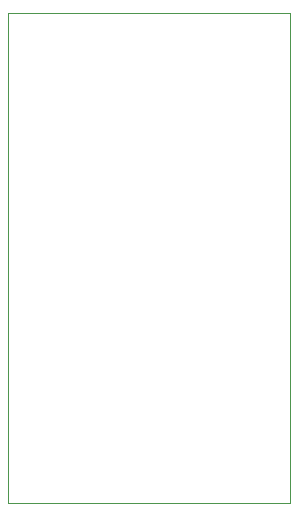
<source format=gbr>
%TF.GenerationSoftware,KiCad,Pcbnew,7.0.10*%
%TF.CreationDate,2024-02-07T01:31:51+03:00*%
%TF.ProjectId,PowerSupply,506f7765-7253-4757-9070-6c792e6b6963,1*%
%TF.SameCoordinates,Original*%
%TF.FileFunction,Profile,NP*%
%FSLAX46Y46*%
G04 Gerber Fmt 4.6, Leading zero omitted, Abs format (unit mm)*
G04 Created by KiCad (PCBNEW 7.0.10) date 2024-02-07 01:31:51*
%MOMM*%
%LPD*%
G01*
G04 APERTURE LIST*
%TA.AperFunction,Profile*%
%ADD10C,0.100000*%
%TD*%
G04 APERTURE END LIST*
D10*
X128397000Y-115125500D02*
X128397000Y-99250500D01*
X128397000Y-140779500D02*
X152273000Y-140779500D01*
X152273000Y-99250500D02*
X152273000Y-140779500D01*
X128397000Y-140779500D02*
X128397000Y-115125500D01*
X128397000Y-99250500D02*
X152273000Y-99250500D01*
M02*

</source>
